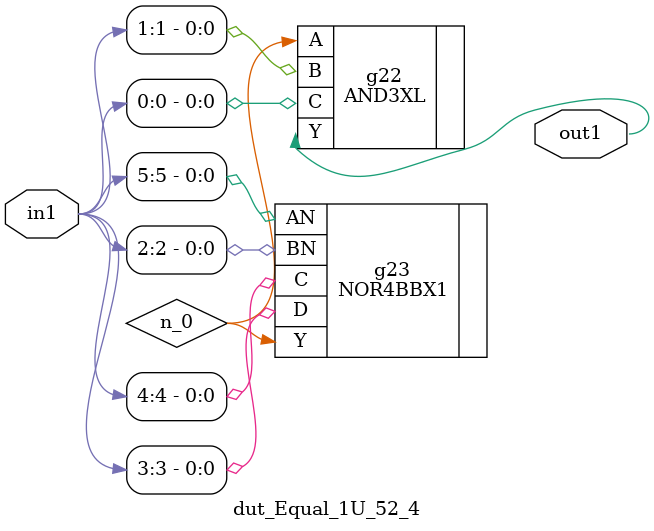
<source format=v>
`timescale 1ps / 1ps


module dut_Equal_1U_52_4(in1, out1);
  input [5:0] in1;
  output out1;
  wire [5:0] in1;
  wire out1;
  wire n_0;
  AND3XL g22(.A (n_0), .B (in1[1]), .C (in1[0]), .Y (out1));
  NOR4BBX1 g23(.AN (in1[5]), .BN (in1[2]), .C (in1[4]), .D (in1[3]), .Y
       (n_0));
endmodule



</source>
